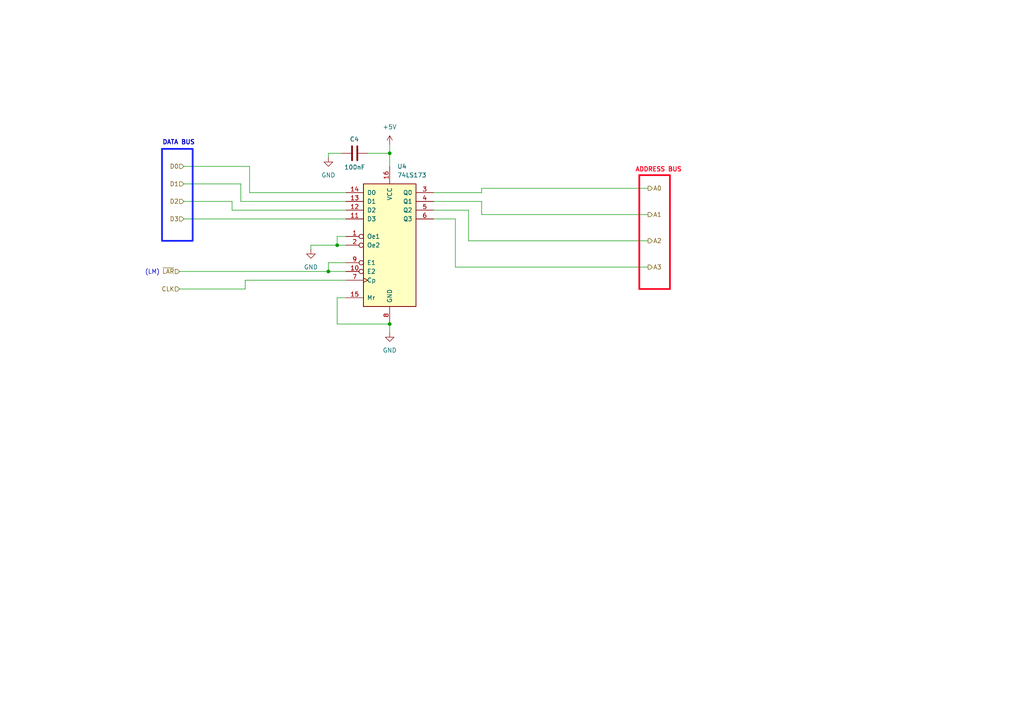
<source format=kicad_sch>
(kicad_sch (version 20231120) (generator "eeschema") (generator_version "8.0")
  (paper "A4")
  (title_block (title "ISAP-1 COMPUTER") (date "2024-11-27") (rev "Version 1") (comment 1 "by Linca Marius Gheorghe") (comment 3 "Address Register"))
  (lib_symbols
    (symbol "74xx:74LS173" (pin_names (offset 1.016))
      (property "Reference" "U" (at -7.62 19.05 0))
      (property "Value" "74LS173" (at -7.62 -19.05 0))
      (symbol "74LS173_1_0"
        (pin input inverted (at -12.7 2.54 0) (length 5.08) (name "Oe1") (number "1"))
        (pin input inverted (at -12.7 -7.62 0) (length 5.08) (name "E2") (number "10"))
        (pin input line (at -12.7 7.62 0) (length 5.08) (name "D3") (number "11"))
        (pin input line (at -12.7 10.16 0) (length 5.08) (name "D2") (number "12"))
        (pin input line (at -12.7 12.7 0) (length 5.08) (name "D1") (number "13"))
        (pin input line (at -12.7 15.24 0) (length 5.08) (name "D0") (number "14"))
        (pin input line (at -12.7 -15.24 0) (length 5.08) (name "Mr") (number "15"))
        (pin power_in line (at 0 22.86 270) (length 5.08) (name "VCC") (number "16"))
        (pin input inverted (at -12.7 0 0) (length 5.08) (name "Oe2") (number "2"))
        (pin tri_state line (at 12.7 15.24 180) (length 5.08) (name "Q0") (number "3"))
        (pin tri_state line (at 12.7 12.7 180) (length 5.08) (name "Q1") (number "4"))
        (pin tri_state line (at 12.7 10.16 180) (length 5.08) (name "Q2") (number "5"))
        (pin tri_state line (at 12.7 7.62 180) (length 5.08) (name "Q3") (number "6"))
        (pin input clock (at -12.7 -10.16 0) (length 5.08) (name "Cp") (number "7"))
        (pin power_in line (at 0 -22.86 90) (length 5.08) (name "GND") (number "8"))
        (pin input inverted (at -12.7 -5.08 0) (length 5.08) (name "E1") (number "9"))
      )
      (symbol "74LS173_1_1"
        (rectangle (start -7.62 17.78) (end 7.62 -17.78) (stroke (width 0.254)) (fill (type background)))
      )
    )
    (symbol "Device:C" (pin_numbers hide) (pin_names (offset 0.254))
      (property "Reference" "C" (at 0.635 2.54 0))
      (property "Value" "C" (at 0.635 -2.54 0))
      (symbol "C_0_1"
        (polyline (pts (xy -2.032 -0.762) (xy 2.032 -0.762)) (stroke (width 0.508)))
        (polyline (pts (xy -2.032 0.762) (xy 2.032 0.762)) (stroke (width 0.508)))
      )
      (symbol "C_1_1"
        (pin passive line (at 0 3.81 270) (length 2.794) (name "~") (number "1"))
        (pin passive line (at 0 -3.81 90) (length 2.794) (name "~") (number "2"))
      )
    )
    (symbol "power:+5V" (power) (pin_numbers hide) (pin_names (offset 0) hide)
      (property "Value" "+5V" (at 0 3.556 0))
      (symbol "+5V_0_1"
        (polyline (pts (xy -0.762 1.27) (xy 0 2.54)))
        (polyline (pts (xy 0 0) (xy 0 2.54)))
        (polyline (pts (xy 0 2.54) (xy 0.762 1.27)))
      )
      (symbol "+5V_1_1"
        (pin power_in line (at 0 0 90) (length 0) (name "~") (number "1"))
      )
    )
    (symbol "power:GND" (power) (pin_numbers hide) (pin_names (offset 0) hide)
      (property "Value" "GND" (at 0 -3.81 0))
      (symbol "GND_0_1"
        (polyline (pts (xy 0 0) (xy 0 -1.27) (xy 1.27 -1.27) (xy 0 -2.54) (xy -1.27 -1.27) (xy 0 -1.27)))
      )
      (symbol "GND_1_1"
        (pin power_in line (at 0 0 270) (length 0) (name "~") (number "1"))
      )
    )
  )
  (junction (at 95.25 78.74))
  (junction (at 113.03 44.45))
  (junction (at 97.79 71.12))
  (junction (at 113.03 93.98))
  (wire (pts (xy 97.79 68.58) (xy 97.79 71.12)))
  (wire (pts (xy 72.39 55.88) (xy 72.39 48.26)))
  (wire (pts (xy 100.33 71.12) (xy 97.79 71.12)))
  (wire (pts (xy 100.33 76.2) (xy 95.25 76.2)))
  (wire (pts (xy 125.73 58.42) (xy 139.7 58.42)))
  (wire (pts (xy 113.03 44.45) (xy 113.03 48.26)))
  (wire (pts (xy 113.03 93.98) (xy 113.03 96.52)))
  (wire (pts (xy 135.89 60.96) (xy 135.89 69.85)))
  (wire (pts (xy 125.73 60.96) (xy 135.89 60.96)))
  (wire (pts (xy 52.07 78.74) (xy 95.25 78.74)))
  (wire (pts (xy 139.7 58.42) (xy 139.7 62.23)))
  (wire (pts (xy 100.33 58.42) (xy 69.85 58.42)))
  (wire (pts (xy 106.68 44.45) (xy 113.03 44.45)))
  (wire (pts (xy 95.25 76.2) (xy 95.25 78.74)))
  (wire (pts (xy 67.31 60.96) (xy 67.31 58.42)))
  (wire (pts (xy 53.34 53.34) (xy 69.85 53.34)))
  (wire (pts (xy 72.39 48.26) (xy 53.34 48.26)))
  (wire (pts (xy 139.7 54.61) (xy 187.96 54.61)))
  (wire (pts (xy 132.08 63.5) (xy 125.73 63.5)))
  (wire (pts (xy 97.79 86.36) (xy 97.79 93.98)))
  (wire (pts (xy 97.79 93.98) (xy 113.03 93.98)))
  (wire (pts (xy 71.12 83.82) (xy 71.12 81.28)))
  (wire (pts (xy 71.12 81.28) (xy 100.33 81.28)))
  (wire (pts (xy 100.33 68.58) (xy 97.79 68.58)))
  (wire (pts (xy 53.34 63.5) (xy 100.33 63.5)))
  (wire (pts (xy 113.03 41.91) (xy 113.03 44.45)))
  (wire (pts (xy 139.7 55.88) (xy 139.7 54.61)))
  (wire (pts (xy 95.25 44.45) (xy 95.25 45.72)))
  (wire (pts (xy 53.34 58.42) (xy 67.31 58.42)))
  (wire (pts (xy 132.08 77.47) (xy 187.96 77.47)))
  (wire (pts (xy 97.79 71.12) (xy 90.17 71.12)))
  (wire (pts (xy 132.08 63.5) (xy 132.08 77.47)))
  (wire (pts (xy 99.06 44.45) (xy 95.25 44.45)))
  (wire (pts (xy 52.07 83.82) (xy 71.12 83.82)))
  (wire (pts (xy 100.33 60.96) (xy 67.31 60.96)))
  (wire (pts (xy 125.73 55.88) (xy 139.7 55.88)))
  (wire (pts (xy 95.25 78.74) (xy 100.33 78.74)))
  (wire (pts (xy 135.89 69.85) (xy 187.96 69.85)))
  (wire (pts (xy 90.17 71.12) (xy 90.17 72.39)))
  (wire (pts (xy 139.7 62.23) (xy 187.96 62.23)))
  (wire (pts (xy 100.33 86.36) (xy 97.79 86.36)))
  (wire (pts (xy 100.33 55.88) (xy 72.39 55.88)))
  (wire (pts (xy 69.85 58.42) (xy 69.85 53.34)))
  (rectangle (start 185.42 50.8) (end 194.31 83.82) (stroke (width 0.508) (color 255 2 34 1)))
  (rectangle (start 46.99 43.18) (end 55.88 69.85) (stroke (width 0.508) (color 21 31 255 1)))
  (text "DATA BUS" (at 51.816 41.402 0) (effects (font (size 1.27 1.27) (thickness 0.254) (bold yes))))
  (text "ADDRESS BUS" (at 191.008 49.276 0) (effects (font (size 1.27 1.27) (thickness 0.254) (bold yes))))
  (text "(LM)" (at 44.196 78.994 0) (effects (font (size 1.27 1.27))))
  (hierarchical_label "CLK" (shape input) (at 52.07 83.82 180))
  (hierarchical_label "~{LAR}" (shape input) (at 52.07 78.74 180))
  (hierarchical_label "A1" (shape output) (at 187.96 62.23 0))
  (hierarchical_label "D2" (shape input) (at 53.34 58.42 180))
  (hierarchical_label "A0" (shape output) (at 187.96 54.61 0))
  (hierarchical_label "D1" (shape input) (at 53.34 53.34 180))
  (hierarchical_label "A3" (shape output) (at 187.96 77.47 0))
  (hierarchical_label "D3" (shape input) (at 53.34 63.5 180))
  (hierarchical_label "D0" (shape input) (at 53.34 48.26 180))
  (hierarchical_label "A2" (shape output) (at 187.96 69.85 0))
  (symbol (lib_id "power:GND") (at 95.25 45.72 0) (unit 1)
    (property "Reference" "#PWR0118" (effects (hide yes)))
    (property "Value" "GND" (at 95.25 50.8 0))
    (property "Description" "Power symbol creates a global label with name \"GND\" , ground" (effects (hide yes)))
  )
  (symbol (lib_id "74xx:74LS173") (at 113.03 71.12 0) (unit 1)
    (property "Reference" "U4" (at 115.2241 48.26 0) (effects (justify left)))
    (property "Value" "74LS173" (at 115.2241 50.8 0) (effects (justify left)))
    (property "Footprint" "Package_DIP:DIP-16_W7.62mm_LongPads" (effects (hide yes)))
    (property "Datasheet" "http://www.ti.com/lit/gpn/sn74LS173" (effects (hide yes)))
    (property "Description" "4-bit D-type Register, 3 state out" (effects (hide yes)))
  )
  (symbol (lib_id "power:+5V") (at 113.03 41.91 0) (unit 1)
    (property "Reference" "#PWR07" (effects (hide yes)))
    (property "Value" "+5V" (at 113.03 36.83 0))
    (property "Description" "Power symbol creates a global label with name \"+5V\"" (effects (hide yes)))
  )
  (symbol (lib_id "Device:C") (at 102.87 44.45 90) (unit 1)
    (property "Reference" "C4" (at 104.14 40.386 90) (effects (justify left)))
    (property "Value" "100nF" (at 105.918 48.514 90) (effects (justify left)))
    (property "Footprint" "Capacitor_THT:C_Disc_D5.0mm_W2.5mm_P5.00mm" (effects (hide yes)))
    (property "Description" "Unpolarized capacitor" (effects (hide yes)))
  )
  (symbol (lib_id "power:GND") (at 90.17 72.39 0) (unit 1)
    (property "Reference" "#PWR09" (effects (hide yes)))
    (property "Value" "GND" (at 90.17 77.47 0))
    (property "Description" "Power symbol creates a global label with name \"GND\" , ground" (effects (hide yes)))
  )
  (symbol (lib_id "power:GND") (at 113.03 96.52 0) (unit 1)
    (property "Reference" "#PWR08" (effects (hide yes)))
    (property "Value" "GND" (at 113.03 101.6 0))
    (property "Description" "Power symbol creates a global label with name \"GND\" , ground" (effects (hide yes)))
  )
)
</source>
